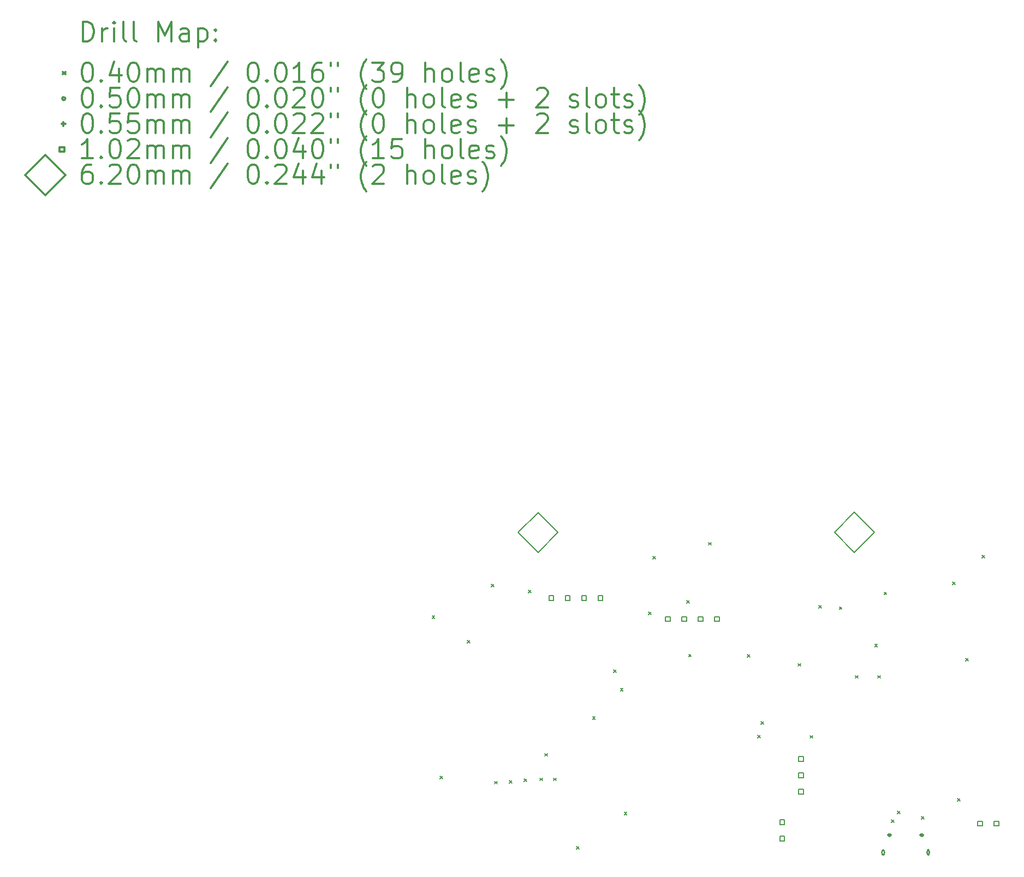
<source format=gbr>
%FSLAX45Y45*%
G04 Gerber Fmt 4.5, Leading zero omitted, Abs format (unit mm)*
G04 Created by KiCad (PCBNEW 4.0.2+e4-6225~38~ubuntu15.10.1-stable) date Tue 11 Oct 2016 16:58:53 SAST*
%MOMM*%
G01*
G04 APERTURE LIST*
%ADD10C,0.127000*%
%ADD11C,0.200000*%
%ADD12C,0.300000*%
G04 APERTURE END LIST*
D10*
D11*
X5689920Y-9388160D02*
X5729920Y-9428160D01*
X5729920Y-9388160D02*
X5689920Y-9428160D01*
X5813110Y-11874820D02*
X5853110Y-11914820D01*
X5853110Y-11874820D02*
X5813110Y-11914820D01*
X6232464Y-9764080D02*
X6272464Y-9804080D01*
X6272464Y-9764080D02*
X6232464Y-9804080D01*
X6609400Y-8895400D02*
X6649400Y-8935400D01*
X6649400Y-8895400D02*
X6609400Y-8935400D01*
X6660200Y-11956100D02*
X6700200Y-11996100D01*
X6700200Y-11956100D02*
X6660200Y-11996100D01*
X6888800Y-11943400D02*
X6928800Y-11983400D01*
X6928800Y-11943400D02*
X6888800Y-11983400D01*
X7117400Y-11918000D02*
X7157400Y-11958000D01*
X7157400Y-11918000D02*
X7117400Y-11958000D01*
X7183440Y-8986840D02*
X7223440Y-9026840D01*
X7223440Y-8986840D02*
X7183440Y-9026840D01*
X7358700Y-11905300D02*
X7398700Y-11945300D01*
X7398700Y-11905300D02*
X7358700Y-11945300D01*
X7434900Y-11524300D02*
X7474900Y-11564300D01*
X7474900Y-11524300D02*
X7434900Y-11564300D01*
X7574600Y-11905300D02*
X7614600Y-11945300D01*
X7614600Y-11905300D02*
X7574600Y-11945300D01*
X7930000Y-12970000D02*
X7970000Y-13010000D01*
X7970000Y-12970000D02*
X7930000Y-13010000D01*
X8179120Y-10952800D02*
X8219120Y-10992800D01*
X8219120Y-10952800D02*
X8179120Y-10992800D01*
X8504240Y-10226360D02*
X8544240Y-10266360D01*
X8544240Y-10226360D02*
X8504240Y-10266360D01*
X8610920Y-10510840D02*
X8650920Y-10550840D01*
X8650920Y-10510840D02*
X8610920Y-10550840D01*
X8669340Y-12436160D02*
X8709340Y-12476160D01*
X8709340Y-12436160D02*
X8669340Y-12476160D01*
X9047800Y-9327200D02*
X9087800Y-9367200D01*
X9087800Y-9327200D02*
X9047800Y-9367200D01*
X9113840Y-8463600D02*
X9153840Y-8503600D01*
X9153840Y-8463600D02*
X9113840Y-8503600D01*
X9638350Y-9149400D02*
X9678350Y-9189400D01*
X9678350Y-9149400D02*
X9638350Y-9189400D01*
X9668068Y-9983536D02*
X9708068Y-10023536D01*
X9708068Y-9983536D02*
X9668068Y-10023536D01*
X9974900Y-8247700D02*
X10014900Y-8287700D01*
X10014900Y-8247700D02*
X9974900Y-8287700D01*
X10580436Y-9988108D02*
X10620436Y-10028108D01*
X10620436Y-9988108D02*
X10580436Y-10028108D01*
X10741980Y-11239920D02*
X10781980Y-11279920D01*
X10781980Y-11239920D02*
X10741980Y-11279920D01*
X10787700Y-11029000D02*
X10827700Y-11069000D01*
X10827700Y-11029000D02*
X10787700Y-11069000D01*
X11365550Y-10127300D02*
X11405550Y-10167300D01*
X11405550Y-10127300D02*
X11365550Y-10167300D01*
X11552240Y-11244900D02*
X11592240Y-11284900D01*
X11592240Y-11244900D02*
X11552240Y-11284900D01*
X11689400Y-9225600D02*
X11729400Y-9265600D01*
X11729400Y-9225600D02*
X11689400Y-9265600D01*
X12004360Y-9245920D02*
X12044360Y-9285920D01*
X12044360Y-9245920D02*
X12004360Y-9285920D01*
X12255000Y-10312180D02*
X12295000Y-10352180D01*
X12295000Y-10312180D02*
X12255000Y-10352180D01*
X12555000Y-9825000D02*
X12595000Y-9865000D01*
X12595000Y-9825000D02*
X12555000Y-9865000D01*
X12605000Y-10312180D02*
X12645000Y-10352180D01*
X12645000Y-10312180D02*
X12605000Y-10352180D01*
X12700320Y-9017320D02*
X12740320Y-9057320D01*
X12740320Y-9017320D02*
X12700320Y-9057320D01*
X12815000Y-12555000D02*
X12855000Y-12595000D01*
X12855000Y-12555000D02*
X12815000Y-12595000D01*
X12905000Y-12415000D02*
X12945000Y-12455000D01*
X12945000Y-12415000D02*
X12905000Y-12455000D01*
X13280000Y-12500000D02*
X13320000Y-12540000D01*
X13320000Y-12500000D02*
X13280000Y-12540000D01*
X13762040Y-8859840D02*
X13802040Y-8899840D01*
X13802040Y-8859840D02*
X13762040Y-8899840D01*
X13840000Y-12220000D02*
X13880000Y-12260000D01*
X13880000Y-12220000D02*
X13840000Y-12260000D01*
X13965240Y-10043480D02*
X14005240Y-10083480D01*
X14005240Y-10043480D02*
X13965240Y-10083480D01*
X14219240Y-8448360D02*
X14259240Y-8488360D01*
X14259240Y-8448360D02*
X14219240Y-8488360D01*
X12710090Y-13058746D02*
G75*
G03X12710090Y-13058746I-25000J0D01*
G01*
X12700090Y-13091246D02*
X12700090Y-13026246D01*
X12670090Y-13091246D02*
X12670090Y-13026246D01*
X12700090Y-13026246D02*
G75*
G03X12670090Y-13026246I-15000J0D01*
G01*
X12670090Y-13091246D02*
G75*
G03X12700090Y-13091246I15000J0D01*
G01*
X13410090Y-13058746D02*
G75*
G03X13410090Y-13058746I-25000J0D01*
G01*
X13400090Y-13091246D02*
X13400090Y-13026246D01*
X13370090Y-13091246D02*
X13370090Y-13026246D01*
X13400090Y-13026246D02*
G75*
G03X13370090Y-13026246I-15000J0D01*
G01*
X13370090Y-13091246D02*
G75*
G03X13400090Y-13091246I15000J0D01*
G01*
X12785090Y-12761246D02*
X12785090Y-12816246D01*
X12757590Y-12788746D02*
X12812590Y-12788746D01*
X12770090Y-12806246D02*
X12800090Y-12806246D01*
X12770090Y-12771246D02*
X12800090Y-12771246D01*
X12800090Y-12806246D02*
G75*
G03X12800090Y-12771246I0J17500D01*
G01*
X12770090Y-12771246D02*
G75*
G03X12770090Y-12806246I0J-17500D01*
G01*
X13285090Y-12761246D02*
X13285090Y-12816246D01*
X13257590Y-12788746D02*
X13312590Y-12788746D01*
X13270090Y-12806246D02*
X13300090Y-12806246D01*
X13270090Y-12771246D02*
X13300090Y-12771246D01*
X13300090Y-12806246D02*
G75*
G03X13300090Y-12771246I0J17500D01*
G01*
X13270090Y-12771246D02*
G75*
G03X13270090Y-12806246I0J-17500D01*
G01*
X7574641Y-9144361D02*
X7574641Y-9072519D01*
X7502799Y-9072519D01*
X7502799Y-9144361D01*
X7574641Y-9144361D01*
X7828641Y-9144361D02*
X7828641Y-9072519D01*
X7756799Y-9072519D01*
X7756799Y-9144361D01*
X7828641Y-9144361D01*
X8082641Y-9144361D02*
X8082641Y-9072519D01*
X8010799Y-9072519D01*
X8010799Y-9144361D01*
X8082641Y-9144361D01*
X8336641Y-9144361D02*
X8336641Y-9072519D01*
X8264799Y-9072519D01*
X8264799Y-9144361D01*
X8336641Y-9144361D01*
X9383121Y-9472021D02*
X9383121Y-9400179D01*
X9311279Y-9400179D01*
X9311279Y-9472021D01*
X9383121Y-9472021D01*
X9637121Y-9472021D02*
X9637121Y-9400179D01*
X9565279Y-9400179D01*
X9565279Y-9472021D01*
X9637121Y-9472021D01*
X9891121Y-9472021D02*
X9891121Y-9400179D01*
X9819279Y-9400179D01*
X9819279Y-9472021D01*
X9891121Y-9472021D01*
X10145121Y-9472021D02*
X10145121Y-9400179D01*
X10073279Y-9400179D01*
X10073279Y-9472021D01*
X10145121Y-9472021D01*
X11156041Y-12624161D02*
X11156041Y-12552319D01*
X11084199Y-12552319D01*
X11084199Y-12624161D01*
X11156041Y-12624161D01*
X11156041Y-12878161D02*
X11156041Y-12806319D01*
X11084199Y-12806319D01*
X11084199Y-12878161D01*
X11156041Y-12878161D01*
X11445601Y-11643721D02*
X11445601Y-11571879D01*
X11373759Y-11571879D01*
X11373759Y-11643721D01*
X11445601Y-11643721D01*
X11445601Y-11897721D02*
X11445601Y-11825879D01*
X11373759Y-11825879D01*
X11373759Y-11897721D01*
X11445601Y-11897721D01*
X11445601Y-12151721D02*
X11445601Y-12079879D01*
X11373759Y-12079879D01*
X11373759Y-12151721D01*
X11445601Y-12151721D01*
X14225921Y-12645921D02*
X14225921Y-12574079D01*
X14154079Y-12574079D01*
X14154079Y-12645921D01*
X14225921Y-12645921D01*
X14479921Y-12645921D02*
X14479921Y-12574079D01*
X14408079Y-12574079D01*
X14408079Y-12645921D01*
X14479921Y-12645921D01*
X7331710Y-8403710D02*
X7641710Y-8093710D01*
X7331710Y-7783710D01*
X7021710Y-8093710D01*
X7331710Y-8403710D01*
X12240260Y-8399900D02*
X12550260Y-8089900D01*
X12240260Y-7779900D01*
X11930260Y-8089900D01*
X12240260Y-8399900D01*
D12*
X271429Y-465714D02*
X271429Y-165714D01*
X342857Y-165714D01*
X385714Y-180000D01*
X414286Y-208571D01*
X428571Y-237143D01*
X442857Y-294286D01*
X442857Y-337143D01*
X428571Y-394286D01*
X414286Y-422857D01*
X385714Y-451429D01*
X342857Y-465714D01*
X271429Y-465714D01*
X571429Y-465714D02*
X571429Y-265714D01*
X571429Y-322857D02*
X585714Y-294286D01*
X600000Y-280000D01*
X628571Y-265714D01*
X657143Y-265714D01*
X757143Y-465714D02*
X757143Y-265714D01*
X757143Y-165714D02*
X742857Y-180000D01*
X757143Y-194286D01*
X771429Y-180000D01*
X757143Y-165714D01*
X757143Y-194286D01*
X942857Y-465714D02*
X914286Y-451429D01*
X900000Y-422857D01*
X900000Y-165714D01*
X1100000Y-465714D02*
X1071429Y-451429D01*
X1057143Y-422857D01*
X1057143Y-165714D01*
X1442857Y-465714D02*
X1442857Y-165714D01*
X1542857Y-380000D01*
X1642857Y-165714D01*
X1642857Y-465714D01*
X1914286Y-465714D02*
X1914286Y-308571D01*
X1900000Y-280000D01*
X1871429Y-265714D01*
X1814286Y-265714D01*
X1785714Y-280000D01*
X1914286Y-451429D02*
X1885714Y-465714D01*
X1814286Y-465714D01*
X1785714Y-451429D01*
X1771429Y-422857D01*
X1771429Y-394286D01*
X1785714Y-365714D01*
X1814286Y-351429D01*
X1885714Y-351429D01*
X1914286Y-337143D01*
X2057143Y-265714D02*
X2057143Y-565714D01*
X2057143Y-280000D02*
X2085714Y-265714D01*
X2142857Y-265714D01*
X2171429Y-280000D01*
X2185714Y-294286D01*
X2200000Y-322857D01*
X2200000Y-408571D01*
X2185714Y-437143D01*
X2171429Y-451429D01*
X2142857Y-465714D01*
X2085714Y-465714D01*
X2057143Y-451429D01*
X2328572Y-437143D02*
X2342857Y-451429D01*
X2328572Y-465714D01*
X2314286Y-451429D01*
X2328572Y-437143D01*
X2328572Y-465714D01*
X2328572Y-280000D02*
X2342857Y-294286D01*
X2328572Y-308571D01*
X2314286Y-294286D01*
X2328572Y-280000D01*
X2328572Y-308571D01*
X-40000Y-940000D02*
X0Y-980000D01*
X0Y-940000D02*
X-40000Y-980000D01*
X328571Y-795714D02*
X357143Y-795714D01*
X385714Y-810000D01*
X400000Y-824286D01*
X414286Y-852857D01*
X428571Y-910000D01*
X428571Y-981429D01*
X414286Y-1038571D01*
X400000Y-1067143D01*
X385714Y-1081429D01*
X357143Y-1095714D01*
X328571Y-1095714D01*
X300000Y-1081429D01*
X285714Y-1067143D01*
X271429Y-1038571D01*
X257143Y-981429D01*
X257143Y-910000D01*
X271429Y-852857D01*
X285714Y-824286D01*
X300000Y-810000D01*
X328571Y-795714D01*
X557143Y-1067143D02*
X571429Y-1081429D01*
X557143Y-1095714D01*
X542857Y-1081429D01*
X557143Y-1067143D01*
X557143Y-1095714D01*
X828571Y-895714D02*
X828571Y-1095714D01*
X757143Y-781429D02*
X685714Y-995714D01*
X871428Y-995714D01*
X1042857Y-795714D02*
X1071429Y-795714D01*
X1100000Y-810000D01*
X1114286Y-824286D01*
X1128571Y-852857D01*
X1142857Y-910000D01*
X1142857Y-981429D01*
X1128571Y-1038571D01*
X1114286Y-1067143D01*
X1100000Y-1081429D01*
X1071429Y-1095714D01*
X1042857Y-1095714D01*
X1014286Y-1081429D01*
X1000000Y-1067143D01*
X985714Y-1038571D01*
X971429Y-981429D01*
X971429Y-910000D01*
X985714Y-852857D01*
X1000000Y-824286D01*
X1014286Y-810000D01*
X1042857Y-795714D01*
X1271429Y-1095714D02*
X1271429Y-895714D01*
X1271429Y-924286D02*
X1285714Y-910000D01*
X1314286Y-895714D01*
X1357143Y-895714D01*
X1385714Y-910000D01*
X1400000Y-938571D01*
X1400000Y-1095714D01*
X1400000Y-938571D02*
X1414286Y-910000D01*
X1442857Y-895714D01*
X1485714Y-895714D01*
X1514286Y-910000D01*
X1528571Y-938571D01*
X1528571Y-1095714D01*
X1671429Y-1095714D02*
X1671429Y-895714D01*
X1671429Y-924286D02*
X1685714Y-910000D01*
X1714286Y-895714D01*
X1757143Y-895714D01*
X1785714Y-910000D01*
X1800000Y-938571D01*
X1800000Y-1095714D01*
X1800000Y-938571D02*
X1814286Y-910000D01*
X1842857Y-895714D01*
X1885714Y-895714D01*
X1914286Y-910000D01*
X1928571Y-938571D01*
X1928571Y-1095714D01*
X2514286Y-781429D02*
X2257143Y-1167143D01*
X2900000Y-795714D02*
X2928571Y-795714D01*
X2957143Y-810000D01*
X2971428Y-824286D01*
X2985714Y-852857D01*
X3000000Y-910000D01*
X3000000Y-981429D01*
X2985714Y-1038571D01*
X2971428Y-1067143D01*
X2957143Y-1081429D01*
X2928571Y-1095714D01*
X2900000Y-1095714D01*
X2871428Y-1081429D01*
X2857143Y-1067143D01*
X2842857Y-1038571D01*
X2828571Y-981429D01*
X2828571Y-910000D01*
X2842857Y-852857D01*
X2857143Y-824286D01*
X2871428Y-810000D01*
X2900000Y-795714D01*
X3128571Y-1067143D02*
X3142857Y-1081429D01*
X3128571Y-1095714D01*
X3114286Y-1081429D01*
X3128571Y-1067143D01*
X3128571Y-1095714D01*
X3328571Y-795714D02*
X3357143Y-795714D01*
X3385714Y-810000D01*
X3400000Y-824286D01*
X3414286Y-852857D01*
X3428571Y-910000D01*
X3428571Y-981429D01*
X3414286Y-1038571D01*
X3400000Y-1067143D01*
X3385714Y-1081429D01*
X3357143Y-1095714D01*
X3328571Y-1095714D01*
X3300000Y-1081429D01*
X3285714Y-1067143D01*
X3271428Y-1038571D01*
X3257143Y-981429D01*
X3257143Y-910000D01*
X3271428Y-852857D01*
X3285714Y-824286D01*
X3300000Y-810000D01*
X3328571Y-795714D01*
X3714286Y-1095714D02*
X3542857Y-1095714D01*
X3628571Y-1095714D02*
X3628571Y-795714D01*
X3600000Y-838571D01*
X3571428Y-867143D01*
X3542857Y-881429D01*
X3971428Y-795714D02*
X3914286Y-795714D01*
X3885714Y-810000D01*
X3871428Y-824286D01*
X3842857Y-867143D01*
X3828571Y-924286D01*
X3828571Y-1038571D01*
X3842857Y-1067143D01*
X3857143Y-1081429D01*
X3885714Y-1095714D01*
X3942857Y-1095714D01*
X3971428Y-1081429D01*
X3985714Y-1067143D01*
X4000000Y-1038571D01*
X4000000Y-967143D01*
X3985714Y-938571D01*
X3971428Y-924286D01*
X3942857Y-910000D01*
X3885714Y-910000D01*
X3857143Y-924286D01*
X3842857Y-938571D01*
X3828571Y-967143D01*
X4114286Y-795714D02*
X4114286Y-852857D01*
X4228571Y-795714D02*
X4228571Y-852857D01*
X4671429Y-1210000D02*
X4657143Y-1195714D01*
X4628571Y-1152857D01*
X4614286Y-1124286D01*
X4600000Y-1081429D01*
X4585714Y-1010000D01*
X4585714Y-952857D01*
X4600000Y-881429D01*
X4614286Y-838571D01*
X4628571Y-810000D01*
X4657143Y-767143D01*
X4671429Y-752857D01*
X4757143Y-795714D02*
X4942857Y-795714D01*
X4842857Y-910000D01*
X4885714Y-910000D01*
X4914286Y-924286D01*
X4928571Y-938571D01*
X4942857Y-967143D01*
X4942857Y-1038571D01*
X4928571Y-1067143D01*
X4914286Y-1081429D01*
X4885714Y-1095714D01*
X4800000Y-1095714D01*
X4771429Y-1081429D01*
X4757143Y-1067143D01*
X5085714Y-1095714D02*
X5142857Y-1095714D01*
X5171429Y-1081429D01*
X5185714Y-1067143D01*
X5214286Y-1024286D01*
X5228571Y-967143D01*
X5228571Y-852857D01*
X5214286Y-824286D01*
X5200000Y-810000D01*
X5171429Y-795714D01*
X5114286Y-795714D01*
X5085714Y-810000D01*
X5071429Y-824286D01*
X5057143Y-852857D01*
X5057143Y-924286D01*
X5071429Y-952857D01*
X5085714Y-967143D01*
X5114286Y-981429D01*
X5171429Y-981429D01*
X5200000Y-967143D01*
X5214286Y-952857D01*
X5228571Y-924286D01*
X5585714Y-1095714D02*
X5585714Y-795714D01*
X5714286Y-1095714D02*
X5714286Y-938571D01*
X5700000Y-910000D01*
X5671428Y-895714D01*
X5628571Y-895714D01*
X5600000Y-910000D01*
X5585714Y-924286D01*
X5900000Y-1095714D02*
X5871428Y-1081429D01*
X5857143Y-1067143D01*
X5842857Y-1038571D01*
X5842857Y-952857D01*
X5857143Y-924286D01*
X5871428Y-910000D01*
X5900000Y-895714D01*
X5942857Y-895714D01*
X5971428Y-910000D01*
X5985714Y-924286D01*
X6000000Y-952857D01*
X6000000Y-1038571D01*
X5985714Y-1067143D01*
X5971428Y-1081429D01*
X5942857Y-1095714D01*
X5900000Y-1095714D01*
X6171428Y-1095714D02*
X6142857Y-1081429D01*
X6128571Y-1052857D01*
X6128571Y-795714D01*
X6400000Y-1081429D02*
X6371429Y-1095714D01*
X6314286Y-1095714D01*
X6285714Y-1081429D01*
X6271429Y-1052857D01*
X6271429Y-938571D01*
X6285714Y-910000D01*
X6314286Y-895714D01*
X6371429Y-895714D01*
X6400000Y-910000D01*
X6414286Y-938571D01*
X6414286Y-967143D01*
X6271429Y-995714D01*
X6528571Y-1081429D02*
X6557143Y-1095714D01*
X6614286Y-1095714D01*
X6642857Y-1081429D01*
X6657143Y-1052857D01*
X6657143Y-1038571D01*
X6642857Y-1010000D01*
X6614286Y-995714D01*
X6571429Y-995714D01*
X6542857Y-981429D01*
X6528571Y-952857D01*
X6528571Y-938571D01*
X6542857Y-910000D01*
X6571429Y-895714D01*
X6614286Y-895714D01*
X6642857Y-910000D01*
X6757143Y-1210000D02*
X6771429Y-1195714D01*
X6800000Y-1152857D01*
X6814286Y-1124286D01*
X6828571Y-1081429D01*
X6842857Y-1010000D01*
X6842857Y-952857D01*
X6828571Y-881429D01*
X6814286Y-838571D01*
X6800000Y-810000D01*
X6771429Y-767143D01*
X6757143Y-752857D01*
X0Y-1356000D02*
G75*
G03X0Y-1356000I-25000J0D01*
G01*
X328571Y-1191714D02*
X357143Y-1191714D01*
X385714Y-1206000D01*
X400000Y-1220286D01*
X414286Y-1248857D01*
X428571Y-1306000D01*
X428571Y-1377429D01*
X414286Y-1434571D01*
X400000Y-1463143D01*
X385714Y-1477429D01*
X357143Y-1491714D01*
X328571Y-1491714D01*
X300000Y-1477429D01*
X285714Y-1463143D01*
X271429Y-1434571D01*
X257143Y-1377429D01*
X257143Y-1306000D01*
X271429Y-1248857D01*
X285714Y-1220286D01*
X300000Y-1206000D01*
X328571Y-1191714D01*
X557143Y-1463143D02*
X571429Y-1477429D01*
X557143Y-1491714D01*
X542857Y-1477429D01*
X557143Y-1463143D01*
X557143Y-1491714D01*
X842857Y-1191714D02*
X700000Y-1191714D01*
X685714Y-1334571D01*
X700000Y-1320286D01*
X728571Y-1306000D01*
X800000Y-1306000D01*
X828571Y-1320286D01*
X842857Y-1334571D01*
X857143Y-1363143D01*
X857143Y-1434571D01*
X842857Y-1463143D01*
X828571Y-1477429D01*
X800000Y-1491714D01*
X728571Y-1491714D01*
X700000Y-1477429D01*
X685714Y-1463143D01*
X1042857Y-1191714D02*
X1071429Y-1191714D01*
X1100000Y-1206000D01*
X1114286Y-1220286D01*
X1128571Y-1248857D01*
X1142857Y-1306000D01*
X1142857Y-1377429D01*
X1128571Y-1434571D01*
X1114286Y-1463143D01*
X1100000Y-1477429D01*
X1071429Y-1491714D01*
X1042857Y-1491714D01*
X1014286Y-1477429D01*
X1000000Y-1463143D01*
X985714Y-1434571D01*
X971429Y-1377429D01*
X971429Y-1306000D01*
X985714Y-1248857D01*
X1000000Y-1220286D01*
X1014286Y-1206000D01*
X1042857Y-1191714D01*
X1271429Y-1491714D02*
X1271429Y-1291714D01*
X1271429Y-1320286D02*
X1285714Y-1306000D01*
X1314286Y-1291714D01*
X1357143Y-1291714D01*
X1385714Y-1306000D01*
X1400000Y-1334571D01*
X1400000Y-1491714D01*
X1400000Y-1334571D02*
X1414286Y-1306000D01*
X1442857Y-1291714D01*
X1485714Y-1291714D01*
X1514286Y-1306000D01*
X1528571Y-1334571D01*
X1528571Y-1491714D01*
X1671429Y-1491714D02*
X1671429Y-1291714D01*
X1671429Y-1320286D02*
X1685714Y-1306000D01*
X1714286Y-1291714D01*
X1757143Y-1291714D01*
X1785714Y-1306000D01*
X1800000Y-1334571D01*
X1800000Y-1491714D01*
X1800000Y-1334571D02*
X1814286Y-1306000D01*
X1842857Y-1291714D01*
X1885714Y-1291714D01*
X1914286Y-1306000D01*
X1928571Y-1334571D01*
X1928571Y-1491714D01*
X2514286Y-1177429D02*
X2257143Y-1563143D01*
X2900000Y-1191714D02*
X2928571Y-1191714D01*
X2957143Y-1206000D01*
X2971428Y-1220286D01*
X2985714Y-1248857D01*
X3000000Y-1306000D01*
X3000000Y-1377429D01*
X2985714Y-1434571D01*
X2971428Y-1463143D01*
X2957143Y-1477429D01*
X2928571Y-1491714D01*
X2900000Y-1491714D01*
X2871428Y-1477429D01*
X2857143Y-1463143D01*
X2842857Y-1434571D01*
X2828571Y-1377429D01*
X2828571Y-1306000D01*
X2842857Y-1248857D01*
X2857143Y-1220286D01*
X2871428Y-1206000D01*
X2900000Y-1191714D01*
X3128571Y-1463143D02*
X3142857Y-1477429D01*
X3128571Y-1491714D01*
X3114286Y-1477429D01*
X3128571Y-1463143D01*
X3128571Y-1491714D01*
X3328571Y-1191714D02*
X3357143Y-1191714D01*
X3385714Y-1206000D01*
X3400000Y-1220286D01*
X3414286Y-1248857D01*
X3428571Y-1306000D01*
X3428571Y-1377429D01*
X3414286Y-1434571D01*
X3400000Y-1463143D01*
X3385714Y-1477429D01*
X3357143Y-1491714D01*
X3328571Y-1491714D01*
X3300000Y-1477429D01*
X3285714Y-1463143D01*
X3271428Y-1434571D01*
X3257143Y-1377429D01*
X3257143Y-1306000D01*
X3271428Y-1248857D01*
X3285714Y-1220286D01*
X3300000Y-1206000D01*
X3328571Y-1191714D01*
X3542857Y-1220286D02*
X3557143Y-1206000D01*
X3585714Y-1191714D01*
X3657143Y-1191714D01*
X3685714Y-1206000D01*
X3700000Y-1220286D01*
X3714286Y-1248857D01*
X3714286Y-1277429D01*
X3700000Y-1320286D01*
X3528571Y-1491714D01*
X3714286Y-1491714D01*
X3900000Y-1191714D02*
X3928571Y-1191714D01*
X3957143Y-1206000D01*
X3971428Y-1220286D01*
X3985714Y-1248857D01*
X4000000Y-1306000D01*
X4000000Y-1377429D01*
X3985714Y-1434571D01*
X3971428Y-1463143D01*
X3957143Y-1477429D01*
X3928571Y-1491714D01*
X3900000Y-1491714D01*
X3871428Y-1477429D01*
X3857143Y-1463143D01*
X3842857Y-1434571D01*
X3828571Y-1377429D01*
X3828571Y-1306000D01*
X3842857Y-1248857D01*
X3857143Y-1220286D01*
X3871428Y-1206000D01*
X3900000Y-1191714D01*
X4114286Y-1191714D02*
X4114286Y-1248857D01*
X4228571Y-1191714D02*
X4228571Y-1248857D01*
X4671429Y-1606000D02*
X4657143Y-1591714D01*
X4628571Y-1548857D01*
X4614286Y-1520286D01*
X4600000Y-1477429D01*
X4585714Y-1406000D01*
X4585714Y-1348857D01*
X4600000Y-1277429D01*
X4614286Y-1234571D01*
X4628571Y-1206000D01*
X4657143Y-1163143D01*
X4671429Y-1148857D01*
X4842857Y-1191714D02*
X4871429Y-1191714D01*
X4900000Y-1206000D01*
X4914286Y-1220286D01*
X4928571Y-1248857D01*
X4942857Y-1306000D01*
X4942857Y-1377429D01*
X4928571Y-1434571D01*
X4914286Y-1463143D01*
X4900000Y-1477429D01*
X4871429Y-1491714D01*
X4842857Y-1491714D01*
X4814286Y-1477429D01*
X4800000Y-1463143D01*
X4785714Y-1434571D01*
X4771429Y-1377429D01*
X4771429Y-1306000D01*
X4785714Y-1248857D01*
X4800000Y-1220286D01*
X4814286Y-1206000D01*
X4842857Y-1191714D01*
X5300000Y-1491714D02*
X5300000Y-1191714D01*
X5428571Y-1491714D02*
X5428571Y-1334571D01*
X5414286Y-1306000D01*
X5385714Y-1291714D01*
X5342857Y-1291714D01*
X5314286Y-1306000D01*
X5300000Y-1320286D01*
X5614286Y-1491714D02*
X5585714Y-1477429D01*
X5571429Y-1463143D01*
X5557143Y-1434571D01*
X5557143Y-1348857D01*
X5571429Y-1320286D01*
X5585714Y-1306000D01*
X5614286Y-1291714D01*
X5657143Y-1291714D01*
X5685714Y-1306000D01*
X5700000Y-1320286D01*
X5714286Y-1348857D01*
X5714286Y-1434571D01*
X5700000Y-1463143D01*
X5685714Y-1477429D01*
X5657143Y-1491714D01*
X5614286Y-1491714D01*
X5885714Y-1491714D02*
X5857143Y-1477429D01*
X5842857Y-1448857D01*
X5842857Y-1191714D01*
X6114286Y-1477429D02*
X6085714Y-1491714D01*
X6028571Y-1491714D01*
X6000000Y-1477429D01*
X5985714Y-1448857D01*
X5985714Y-1334571D01*
X6000000Y-1306000D01*
X6028571Y-1291714D01*
X6085714Y-1291714D01*
X6114286Y-1306000D01*
X6128571Y-1334571D01*
X6128571Y-1363143D01*
X5985714Y-1391714D01*
X6242857Y-1477429D02*
X6271429Y-1491714D01*
X6328571Y-1491714D01*
X6357143Y-1477429D01*
X6371429Y-1448857D01*
X6371429Y-1434571D01*
X6357143Y-1406000D01*
X6328571Y-1391714D01*
X6285714Y-1391714D01*
X6257143Y-1377429D01*
X6242857Y-1348857D01*
X6242857Y-1334571D01*
X6257143Y-1306000D01*
X6285714Y-1291714D01*
X6328571Y-1291714D01*
X6357143Y-1306000D01*
X6728571Y-1377429D02*
X6957143Y-1377429D01*
X6842857Y-1491714D02*
X6842857Y-1263143D01*
X7314286Y-1220286D02*
X7328571Y-1206000D01*
X7357143Y-1191714D01*
X7428571Y-1191714D01*
X7457143Y-1206000D01*
X7471428Y-1220286D01*
X7485714Y-1248857D01*
X7485714Y-1277429D01*
X7471428Y-1320286D01*
X7300000Y-1491714D01*
X7485714Y-1491714D01*
X7828571Y-1477429D02*
X7857143Y-1491714D01*
X7914286Y-1491714D01*
X7942857Y-1477429D01*
X7957143Y-1448857D01*
X7957143Y-1434571D01*
X7942857Y-1406000D01*
X7914286Y-1391714D01*
X7871428Y-1391714D01*
X7842857Y-1377429D01*
X7828571Y-1348857D01*
X7828571Y-1334571D01*
X7842857Y-1306000D01*
X7871428Y-1291714D01*
X7914286Y-1291714D01*
X7942857Y-1306000D01*
X8128571Y-1491714D02*
X8100000Y-1477429D01*
X8085714Y-1448857D01*
X8085714Y-1191714D01*
X8285714Y-1491714D02*
X8257143Y-1477429D01*
X8242857Y-1463143D01*
X8228571Y-1434571D01*
X8228571Y-1348857D01*
X8242857Y-1320286D01*
X8257143Y-1306000D01*
X8285714Y-1291714D01*
X8328571Y-1291714D01*
X8357143Y-1306000D01*
X8371428Y-1320286D01*
X8385714Y-1348857D01*
X8385714Y-1434571D01*
X8371428Y-1463143D01*
X8357143Y-1477429D01*
X8328571Y-1491714D01*
X8285714Y-1491714D01*
X8471429Y-1291714D02*
X8585714Y-1291714D01*
X8514286Y-1191714D02*
X8514286Y-1448857D01*
X8528571Y-1477429D01*
X8557143Y-1491714D01*
X8585714Y-1491714D01*
X8671429Y-1477429D02*
X8700000Y-1491714D01*
X8757143Y-1491714D01*
X8785714Y-1477429D01*
X8800000Y-1448857D01*
X8800000Y-1434571D01*
X8785714Y-1406000D01*
X8757143Y-1391714D01*
X8714286Y-1391714D01*
X8685714Y-1377429D01*
X8671429Y-1348857D01*
X8671429Y-1334571D01*
X8685714Y-1306000D01*
X8714286Y-1291714D01*
X8757143Y-1291714D01*
X8785714Y-1306000D01*
X8900000Y-1606000D02*
X8914286Y-1591714D01*
X8942857Y-1548857D01*
X8957143Y-1520286D01*
X8971429Y-1477429D01*
X8985714Y-1406000D01*
X8985714Y-1348857D01*
X8971429Y-1277429D01*
X8957143Y-1234571D01*
X8942857Y-1206000D01*
X8914286Y-1163143D01*
X8900000Y-1148857D01*
X-27500Y-1724500D02*
X-27500Y-1779500D01*
X-55000Y-1752000D02*
X0Y-1752000D01*
X328571Y-1587714D02*
X357143Y-1587714D01*
X385714Y-1602000D01*
X400000Y-1616286D01*
X414286Y-1644857D01*
X428571Y-1702000D01*
X428571Y-1773429D01*
X414286Y-1830571D01*
X400000Y-1859143D01*
X385714Y-1873429D01*
X357143Y-1887714D01*
X328571Y-1887714D01*
X300000Y-1873429D01*
X285714Y-1859143D01*
X271429Y-1830571D01*
X257143Y-1773429D01*
X257143Y-1702000D01*
X271429Y-1644857D01*
X285714Y-1616286D01*
X300000Y-1602000D01*
X328571Y-1587714D01*
X557143Y-1859143D02*
X571429Y-1873429D01*
X557143Y-1887714D01*
X542857Y-1873429D01*
X557143Y-1859143D01*
X557143Y-1887714D01*
X842857Y-1587714D02*
X700000Y-1587714D01*
X685714Y-1730571D01*
X700000Y-1716286D01*
X728571Y-1702000D01*
X800000Y-1702000D01*
X828571Y-1716286D01*
X842857Y-1730571D01*
X857143Y-1759143D01*
X857143Y-1830571D01*
X842857Y-1859143D01*
X828571Y-1873429D01*
X800000Y-1887714D01*
X728571Y-1887714D01*
X700000Y-1873429D01*
X685714Y-1859143D01*
X1128571Y-1587714D02*
X985714Y-1587714D01*
X971429Y-1730571D01*
X985714Y-1716286D01*
X1014286Y-1702000D01*
X1085714Y-1702000D01*
X1114286Y-1716286D01*
X1128571Y-1730571D01*
X1142857Y-1759143D01*
X1142857Y-1830571D01*
X1128571Y-1859143D01*
X1114286Y-1873429D01*
X1085714Y-1887714D01*
X1014286Y-1887714D01*
X985714Y-1873429D01*
X971429Y-1859143D01*
X1271429Y-1887714D02*
X1271429Y-1687714D01*
X1271429Y-1716286D02*
X1285714Y-1702000D01*
X1314286Y-1687714D01*
X1357143Y-1687714D01*
X1385714Y-1702000D01*
X1400000Y-1730571D01*
X1400000Y-1887714D01*
X1400000Y-1730571D02*
X1414286Y-1702000D01*
X1442857Y-1687714D01*
X1485714Y-1687714D01*
X1514286Y-1702000D01*
X1528571Y-1730571D01*
X1528571Y-1887714D01*
X1671429Y-1887714D02*
X1671429Y-1687714D01*
X1671429Y-1716286D02*
X1685714Y-1702000D01*
X1714286Y-1687714D01*
X1757143Y-1687714D01*
X1785714Y-1702000D01*
X1800000Y-1730571D01*
X1800000Y-1887714D01*
X1800000Y-1730571D02*
X1814286Y-1702000D01*
X1842857Y-1687714D01*
X1885714Y-1687714D01*
X1914286Y-1702000D01*
X1928571Y-1730571D01*
X1928571Y-1887714D01*
X2514286Y-1573429D02*
X2257143Y-1959143D01*
X2900000Y-1587714D02*
X2928571Y-1587714D01*
X2957143Y-1602000D01*
X2971428Y-1616286D01*
X2985714Y-1644857D01*
X3000000Y-1702000D01*
X3000000Y-1773429D01*
X2985714Y-1830571D01*
X2971428Y-1859143D01*
X2957143Y-1873429D01*
X2928571Y-1887714D01*
X2900000Y-1887714D01*
X2871428Y-1873429D01*
X2857143Y-1859143D01*
X2842857Y-1830571D01*
X2828571Y-1773429D01*
X2828571Y-1702000D01*
X2842857Y-1644857D01*
X2857143Y-1616286D01*
X2871428Y-1602000D01*
X2900000Y-1587714D01*
X3128571Y-1859143D02*
X3142857Y-1873429D01*
X3128571Y-1887714D01*
X3114286Y-1873429D01*
X3128571Y-1859143D01*
X3128571Y-1887714D01*
X3328571Y-1587714D02*
X3357143Y-1587714D01*
X3385714Y-1602000D01*
X3400000Y-1616286D01*
X3414286Y-1644857D01*
X3428571Y-1702000D01*
X3428571Y-1773429D01*
X3414286Y-1830571D01*
X3400000Y-1859143D01*
X3385714Y-1873429D01*
X3357143Y-1887714D01*
X3328571Y-1887714D01*
X3300000Y-1873429D01*
X3285714Y-1859143D01*
X3271428Y-1830571D01*
X3257143Y-1773429D01*
X3257143Y-1702000D01*
X3271428Y-1644857D01*
X3285714Y-1616286D01*
X3300000Y-1602000D01*
X3328571Y-1587714D01*
X3542857Y-1616286D02*
X3557143Y-1602000D01*
X3585714Y-1587714D01*
X3657143Y-1587714D01*
X3685714Y-1602000D01*
X3700000Y-1616286D01*
X3714286Y-1644857D01*
X3714286Y-1673429D01*
X3700000Y-1716286D01*
X3528571Y-1887714D01*
X3714286Y-1887714D01*
X3828571Y-1616286D02*
X3842857Y-1602000D01*
X3871428Y-1587714D01*
X3942857Y-1587714D01*
X3971428Y-1602000D01*
X3985714Y-1616286D01*
X4000000Y-1644857D01*
X4000000Y-1673429D01*
X3985714Y-1716286D01*
X3814286Y-1887714D01*
X4000000Y-1887714D01*
X4114286Y-1587714D02*
X4114286Y-1644857D01*
X4228571Y-1587714D02*
X4228571Y-1644857D01*
X4671429Y-2002000D02*
X4657143Y-1987714D01*
X4628571Y-1944857D01*
X4614286Y-1916286D01*
X4600000Y-1873429D01*
X4585714Y-1802000D01*
X4585714Y-1744857D01*
X4600000Y-1673429D01*
X4614286Y-1630571D01*
X4628571Y-1602000D01*
X4657143Y-1559143D01*
X4671429Y-1544857D01*
X4842857Y-1587714D02*
X4871429Y-1587714D01*
X4900000Y-1602000D01*
X4914286Y-1616286D01*
X4928571Y-1644857D01*
X4942857Y-1702000D01*
X4942857Y-1773429D01*
X4928571Y-1830571D01*
X4914286Y-1859143D01*
X4900000Y-1873429D01*
X4871429Y-1887714D01*
X4842857Y-1887714D01*
X4814286Y-1873429D01*
X4800000Y-1859143D01*
X4785714Y-1830571D01*
X4771429Y-1773429D01*
X4771429Y-1702000D01*
X4785714Y-1644857D01*
X4800000Y-1616286D01*
X4814286Y-1602000D01*
X4842857Y-1587714D01*
X5300000Y-1887714D02*
X5300000Y-1587714D01*
X5428571Y-1887714D02*
X5428571Y-1730571D01*
X5414286Y-1702000D01*
X5385714Y-1687714D01*
X5342857Y-1687714D01*
X5314286Y-1702000D01*
X5300000Y-1716286D01*
X5614286Y-1887714D02*
X5585714Y-1873429D01*
X5571429Y-1859143D01*
X5557143Y-1830571D01*
X5557143Y-1744857D01*
X5571429Y-1716286D01*
X5585714Y-1702000D01*
X5614286Y-1687714D01*
X5657143Y-1687714D01*
X5685714Y-1702000D01*
X5700000Y-1716286D01*
X5714286Y-1744857D01*
X5714286Y-1830571D01*
X5700000Y-1859143D01*
X5685714Y-1873429D01*
X5657143Y-1887714D01*
X5614286Y-1887714D01*
X5885714Y-1887714D02*
X5857143Y-1873429D01*
X5842857Y-1844857D01*
X5842857Y-1587714D01*
X6114286Y-1873429D02*
X6085714Y-1887714D01*
X6028571Y-1887714D01*
X6000000Y-1873429D01*
X5985714Y-1844857D01*
X5985714Y-1730571D01*
X6000000Y-1702000D01*
X6028571Y-1687714D01*
X6085714Y-1687714D01*
X6114286Y-1702000D01*
X6128571Y-1730571D01*
X6128571Y-1759143D01*
X5985714Y-1787714D01*
X6242857Y-1873429D02*
X6271429Y-1887714D01*
X6328571Y-1887714D01*
X6357143Y-1873429D01*
X6371429Y-1844857D01*
X6371429Y-1830571D01*
X6357143Y-1802000D01*
X6328571Y-1787714D01*
X6285714Y-1787714D01*
X6257143Y-1773429D01*
X6242857Y-1744857D01*
X6242857Y-1730571D01*
X6257143Y-1702000D01*
X6285714Y-1687714D01*
X6328571Y-1687714D01*
X6357143Y-1702000D01*
X6728571Y-1773429D02*
X6957143Y-1773429D01*
X6842857Y-1887714D02*
X6842857Y-1659143D01*
X7314286Y-1616286D02*
X7328571Y-1602000D01*
X7357143Y-1587714D01*
X7428571Y-1587714D01*
X7457143Y-1602000D01*
X7471428Y-1616286D01*
X7485714Y-1644857D01*
X7485714Y-1673429D01*
X7471428Y-1716286D01*
X7300000Y-1887714D01*
X7485714Y-1887714D01*
X7828571Y-1873429D02*
X7857143Y-1887714D01*
X7914286Y-1887714D01*
X7942857Y-1873429D01*
X7957143Y-1844857D01*
X7957143Y-1830571D01*
X7942857Y-1802000D01*
X7914286Y-1787714D01*
X7871428Y-1787714D01*
X7842857Y-1773429D01*
X7828571Y-1744857D01*
X7828571Y-1730571D01*
X7842857Y-1702000D01*
X7871428Y-1687714D01*
X7914286Y-1687714D01*
X7942857Y-1702000D01*
X8128571Y-1887714D02*
X8100000Y-1873429D01*
X8085714Y-1844857D01*
X8085714Y-1587714D01*
X8285714Y-1887714D02*
X8257143Y-1873429D01*
X8242857Y-1859143D01*
X8228571Y-1830571D01*
X8228571Y-1744857D01*
X8242857Y-1716286D01*
X8257143Y-1702000D01*
X8285714Y-1687714D01*
X8328571Y-1687714D01*
X8357143Y-1702000D01*
X8371428Y-1716286D01*
X8385714Y-1744857D01*
X8385714Y-1830571D01*
X8371428Y-1859143D01*
X8357143Y-1873429D01*
X8328571Y-1887714D01*
X8285714Y-1887714D01*
X8471429Y-1687714D02*
X8585714Y-1687714D01*
X8514286Y-1587714D02*
X8514286Y-1844857D01*
X8528571Y-1873429D01*
X8557143Y-1887714D01*
X8585714Y-1887714D01*
X8671429Y-1873429D02*
X8700000Y-1887714D01*
X8757143Y-1887714D01*
X8785714Y-1873429D01*
X8800000Y-1844857D01*
X8800000Y-1830571D01*
X8785714Y-1802000D01*
X8757143Y-1787714D01*
X8714286Y-1787714D01*
X8685714Y-1773429D01*
X8671429Y-1744857D01*
X8671429Y-1730571D01*
X8685714Y-1702000D01*
X8714286Y-1687714D01*
X8757143Y-1687714D01*
X8785714Y-1702000D01*
X8900000Y-2002000D02*
X8914286Y-1987714D01*
X8942857Y-1944857D01*
X8957143Y-1916286D01*
X8971429Y-1873429D01*
X8985714Y-1802000D01*
X8985714Y-1744857D01*
X8971429Y-1673429D01*
X8957143Y-1630571D01*
X8942857Y-1602000D01*
X8914286Y-1559143D01*
X8900000Y-1544857D01*
X-14879Y-2183921D02*
X-14879Y-2112079D01*
X-86721Y-2112079D01*
X-86721Y-2183921D01*
X-14879Y-2183921D01*
X428571Y-2283714D02*
X257143Y-2283714D01*
X342857Y-2283714D02*
X342857Y-1983714D01*
X314286Y-2026571D01*
X285714Y-2055143D01*
X257143Y-2069429D01*
X557143Y-2255143D02*
X571429Y-2269429D01*
X557143Y-2283714D01*
X542857Y-2269429D01*
X557143Y-2255143D01*
X557143Y-2283714D01*
X757143Y-1983714D02*
X785714Y-1983714D01*
X814286Y-1998000D01*
X828571Y-2012286D01*
X842857Y-2040857D01*
X857143Y-2098000D01*
X857143Y-2169429D01*
X842857Y-2226571D01*
X828571Y-2255143D01*
X814286Y-2269429D01*
X785714Y-2283714D01*
X757143Y-2283714D01*
X728571Y-2269429D01*
X714286Y-2255143D01*
X700000Y-2226571D01*
X685714Y-2169429D01*
X685714Y-2098000D01*
X700000Y-2040857D01*
X714286Y-2012286D01*
X728571Y-1998000D01*
X757143Y-1983714D01*
X971429Y-2012286D02*
X985714Y-1998000D01*
X1014286Y-1983714D01*
X1085714Y-1983714D01*
X1114286Y-1998000D01*
X1128571Y-2012286D01*
X1142857Y-2040857D01*
X1142857Y-2069429D01*
X1128571Y-2112286D01*
X957143Y-2283714D01*
X1142857Y-2283714D01*
X1271429Y-2283714D02*
X1271429Y-2083714D01*
X1271429Y-2112286D02*
X1285714Y-2098000D01*
X1314286Y-2083714D01*
X1357143Y-2083714D01*
X1385714Y-2098000D01*
X1400000Y-2126571D01*
X1400000Y-2283714D01*
X1400000Y-2126571D02*
X1414286Y-2098000D01*
X1442857Y-2083714D01*
X1485714Y-2083714D01*
X1514286Y-2098000D01*
X1528571Y-2126571D01*
X1528571Y-2283714D01*
X1671429Y-2283714D02*
X1671429Y-2083714D01*
X1671429Y-2112286D02*
X1685714Y-2098000D01*
X1714286Y-2083714D01*
X1757143Y-2083714D01*
X1785714Y-2098000D01*
X1800000Y-2126571D01*
X1800000Y-2283714D01*
X1800000Y-2126571D02*
X1814286Y-2098000D01*
X1842857Y-2083714D01*
X1885714Y-2083714D01*
X1914286Y-2098000D01*
X1928571Y-2126571D01*
X1928571Y-2283714D01*
X2514286Y-1969429D02*
X2257143Y-2355143D01*
X2900000Y-1983714D02*
X2928571Y-1983714D01*
X2957143Y-1998000D01*
X2971428Y-2012286D01*
X2985714Y-2040857D01*
X3000000Y-2098000D01*
X3000000Y-2169429D01*
X2985714Y-2226571D01*
X2971428Y-2255143D01*
X2957143Y-2269429D01*
X2928571Y-2283714D01*
X2900000Y-2283714D01*
X2871428Y-2269429D01*
X2857143Y-2255143D01*
X2842857Y-2226571D01*
X2828571Y-2169429D01*
X2828571Y-2098000D01*
X2842857Y-2040857D01*
X2857143Y-2012286D01*
X2871428Y-1998000D01*
X2900000Y-1983714D01*
X3128571Y-2255143D02*
X3142857Y-2269429D01*
X3128571Y-2283714D01*
X3114286Y-2269429D01*
X3128571Y-2255143D01*
X3128571Y-2283714D01*
X3328571Y-1983714D02*
X3357143Y-1983714D01*
X3385714Y-1998000D01*
X3400000Y-2012286D01*
X3414286Y-2040857D01*
X3428571Y-2098000D01*
X3428571Y-2169429D01*
X3414286Y-2226571D01*
X3400000Y-2255143D01*
X3385714Y-2269429D01*
X3357143Y-2283714D01*
X3328571Y-2283714D01*
X3300000Y-2269429D01*
X3285714Y-2255143D01*
X3271428Y-2226571D01*
X3257143Y-2169429D01*
X3257143Y-2098000D01*
X3271428Y-2040857D01*
X3285714Y-2012286D01*
X3300000Y-1998000D01*
X3328571Y-1983714D01*
X3685714Y-2083714D02*
X3685714Y-2283714D01*
X3614286Y-1969429D02*
X3542857Y-2183714D01*
X3728571Y-2183714D01*
X3900000Y-1983714D02*
X3928571Y-1983714D01*
X3957143Y-1998000D01*
X3971428Y-2012286D01*
X3985714Y-2040857D01*
X4000000Y-2098000D01*
X4000000Y-2169429D01*
X3985714Y-2226571D01*
X3971428Y-2255143D01*
X3957143Y-2269429D01*
X3928571Y-2283714D01*
X3900000Y-2283714D01*
X3871428Y-2269429D01*
X3857143Y-2255143D01*
X3842857Y-2226571D01*
X3828571Y-2169429D01*
X3828571Y-2098000D01*
X3842857Y-2040857D01*
X3857143Y-2012286D01*
X3871428Y-1998000D01*
X3900000Y-1983714D01*
X4114286Y-1983714D02*
X4114286Y-2040857D01*
X4228571Y-1983714D02*
X4228571Y-2040857D01*
X4671429Y-2398000D02*
X4657143Y-2383714D01*
X4628571Y-2340857D01*
X4614286Y-2312286D01*
X4600000Y-2269429D01*
X4585714Y-2198000D01*
X4585714Y-2140857D01*
X4600000Y-2069429D01*
X4614286Y-2026571D01*
X4628571Y-1998000D01*
X4657143Y-1955143D01*
X4671429Y-1940857D01*
X4942857Y-2283714D02*
X4771429Y-2283714D01*
X4857143Y-2283714D02*
X4857143Y-1983714D01*
X4828571Y-2026571D01*
X4800000Y-2055143D01*
X4771429Y-2069429D01*
X5214286Y-1983714D02*
X5071429Y-1983714D01*
X5057143Y-2126571D01*
X5071429Y-2112286D01*
X5100000Y-2098000D01*
X5171429Y-2098000D01*
X5200000Y-2112286D01*
X5214286Y-2126571D01*
X5228571Y-2155143D01*
X5228571Y-2226571D01*
X5214286Y-2255143D01*
X5200000Y-2269429D01*
X5171429Y-2283714D01*
X5100000Y-2283714D01*
X5071429Y-2269429D01*
X5057143Y-2255143D01*
X5585714Y-2283714D02*
X5585714Y-1983714D01*
X5714286Y-2283714D02*
X5714286Y-2126571D01*
X5700000Y-2098000D01*
X5671428Y-2083714D01*
X5628571Y-2083714D01*
X5600000Y-2098000D01*
X5585714Y-2112286D01*
X5900000Y-2283714D02*
X5871428Y-2269429D01*
X5857143Y-2255143D01*
X5842857Y-2226571D01*
X5842857Y-2140857D01*
X5857143Y-2112286D01*
X5871428Y-2098000D01*
X5900000Y-2083714D01*
X5942857Y-2083714D01*
X5971428Y-2098000D01*
X5985714Y-2112286D01*
X6000000Y-2140857D01*
X6000000Y-2226571D01*
X5985714Y-2255143D01*
X5971428Y-2269429D01*
X5942857Y-2283714D01*
X5900000Y-2283714D01*
X6171428Y-2283714D02*
X6142857Y-2269429D01*
X6128571Y-2240857D01*
X6128571Y-1983714D01*
X6400000Y-2269429D02*
X6371429Y-2283714D01*
X6314286Y-2283714D01*
X6285714Y-2269429D01*
X6271429Y-2240857D01*
X6271429Y-2126571D01*
X6285714Y-2098000D01*
X6314286Y-2083714D01*
X6371429Y-2083714D01*
X6400000Y-2098000D01*
X6414286Y-2126571D01*
X6414286Y-2155143D01*
X6271429Y-2183714D01*
X6528571Y-2269429D02*
X6557143Y-2283714D01*
X6614286Y-2283714D01*
X6642857Y-2269429D01*
X6657143Y-2240857D01*
X6657143Y-2226571D01*
X6642857Y-2198000D01*
X6614286Y-2183714D01*
X6571429Y-2183714D01*
X6542857Y-2169429D01*
X6528571Y-2140857D01*
X6528571Y-2126571D01*
X6542857Y-2098000D01*
X6571429Y-2083714D01*
X6614286Y-2083714D01*
X6642857Y-2098000D01*
X6757143Y-2398000D02*
X6771429Y-2383714D01*
X6800000Y-2340857D01*
X6814286Y-2312286D01*
X6828571Y-2269429D01*
X6842857Y-2198000D01*
X6842857Y-2140857D01*
X6828571Y-2069429D01*
X6814286Y-2026571D01*
X6800000Y-1998000D01*
X6771429Y-1955143D01*
X6757143Y-1940857D01*
X-310000Y-2854000D02*
X0Y-2544000D01*
X-310000Y-2234000D01*
X-620000Y-2544000D01*
X-310000Y-2854000D01*
X400000Y-2379714D02*
X342857Y-2379714D01*
X314286Y-2394000D01*
X300000Y-2408286D01*
X271429Y-2451143D01*
X257143Y-2508286D01*
X257143Y-2622571D01*
X271429Y-2651143D01*
X285714Y-2665429D01*
X314286Y-2679714D01*
X371429Y-2679714D01*
X400000Y-2665429D01*
X414286Y-2651143D01*
X428571Y-2622571D01*
X428571Y-2551143D01*
X414286Y-2522571D01*
X400000Y-2508286D01*
X371429Y-2494000D01*
X314286Y-2494000D01*
X285714Y-2508286D01*
X271429Y-2522571D01*
X257143Y-2551143D01*
X557143Y-2651143D02*
X571429Y-2665429D01*
X557143Y-2679714D01*
X542857Y-2665429D01*
X557143Y-2651143D01*
X557143Y-2679714D01*
X685714Y-2408286D02*
X700000Y-2394000D01*
X728571Y-2379714D01*
X800000Y-2379714D01*
X828571Y-2394000D01*
X842857Y-2408286D01*
X857143Y-2436857D01*
X857143Y-2465429D01*
X842857Y-2508286D01*
X671429Y-2679714D01*
X857143Y-2679714D01*
X1042857Y-2379714D02*
X1071429Y-2379714D01*
X1100000Y-2394000D01*
X1114286Y-2408286D01*
X1128571Y-2436857D01*
X1142857Y-2494000D01*
X1142857Y-2565429D01*
X1128571Y-2622571D01*
X1114286Y-2651143D01*
X1100000Y-2665429D01*
X1071429Y-2679714D01*
X1042857Y-2679714D01*
X1014286Y-2665429D01*
X1000000Y-2651143D01*
X985714Y-2622571D01*
X971429Y-2565429D01*
X971429Y-2494000D01*
X985714Y-2436857D01*
X1000000Y-2408286D01*
X1014286Y-2394000D01*
X1042857Y-2379714D01*
X1271429Y-2679714D02*
X1271429Y-2479714D01*
X1271429Y-2508286D02*
X1285714Y-2494000D01*
X1314286Y-2479714D01*
X1357143Y-2479714D01*
X1385714Y-2494000D01*
X1400000Y-2522571D01*
X1400000Y-2679714D01*
X1400000Y-2522571D02*
X1414286Y-2494000D01*
X1442857Y-2479714D01*
X1485714Y-2479714D01*
X1514286Y-2494000D01*
X1528571Y-2522571D01*
X1528571Y-2679714D01*
X1671429Y-2679714D02*
X1671429Y-2479714D01*
X1671429Y-2508286D02*
X1685714Y-2494000D01*
X1714286Y-2479714D01*
X1757143Y-2479714D01*
X1785714Y-2494000D01*
X1800000Y-2522571D01*
X1800000Y-2679714D01*
X1800000Y-2522571D02*
X1814286Y-2494000D01*
X1842857Y-2479714D01*
X1885714Y-2479714D01*
X1914286Y-2494000D01*
X1928571Y-2522571D01*
X1928571Y-2679714D01*
X2514286Y-2365429D02*
X2257143Y-2751143D01*
X2900000Y-2379714D02*
X2928571Y-2379714D01*
X2957143Y-2394000D01*
X2971428Y-2408286D01*
X2985714Y-2436857D01*
X3000000Y-2494000D01*
X3000000Y-2565429D01*
X2985714Y-2622571D01*
X2971428Y-2651143D01*
X2957143Y-2665429D01*
X2928571Y-2679714D01*
X2900000Y-2679714D01*
X2871428Y-2665429D01*
X2857143Y-2651143D01*
X2842857Y-2622571D01*
X2828571Y-2565429D01*
X2828571Y-2494000D01*
X2842857Y-2436857D01*
X2857143Y-2408286D01*
X2871428Y-2394000D01*
X2900000Y-2379714D01*
X3128571Y-2651143D02*
X3142857Y-2665429D01*
X3128571Y-2679714D01*
X3114286Y-2665429D01*
X3128571Y-2651143D01*
X3128571Y-2679714D01*
X3257143Y-2408286D02*
X3271428Y-2394000D01*
X3300000Y-2379714D01*
X3371428Y-2379714D01*
X3400000Y-2394000D01*
X3414286Y-2408286D01*
X3428571Y-2436857D01*
X3428571Y-2465429D01*
X3414286Y-2508286D01*
X3242857Y-2679714D01*
X3428571Y-2679714D01*
X3685714Y-2479714D02*
X3685714Y-2679714D01*
X3614286Y-2365429D02*
X3542857Y-2579714D01*
X3728571Y-2579714D01*
X3971428Y-2479714D02*
X3971428Y-2679714D01*
X3900000Y-2365429D02*
X3828571Y-2579714D01*
X4014286Y-2579714D01*
X4114286Y-2379714D02*
X4114286Y-2436857D01*
X4228571Y-2379714D02*
X4228571Y-2436857D01*
X4671429Y-2794000D02*
X4657143Y-2779714D01*
X4628571Y-2736857D01*
X4614286Y-2708286D01*
X4600000Y-2665429D01*
X4585714Y-2594000D01*
X4585714Y-2536857D01*
X4600000Y-2465429D01*
X4614286Y-2422571D01*
X4628571Y-2394000D01*
X4657143Y-2351143D01*
X4671429Y-2336857D01*
X4771429Y-2408286D02*
X4785714Y-2394000D01*
X4814286Y-2379714D01*
X4885714Y-2379714D01*
X4914286Y-2394000D01*
X4928571Y-2408286D01*
X4942857Y-2436857D01*
X4942857Y-2465429D01*
X4928571Y-2508286D01*
X4757143Y-2679714D01*
X4942857Y-2679714D01*
X5300000Y-2679714D02*
X5300000Y-2379714D01*
X5428571Y-2679714D02*
X5428571Y-2522571D01*
X5414286Y-2494000D01*
X5385714Y-2479714D01*
X5342857Y-2479714D01*
X5314286Y-2494000D01*
X5300000Y-2508286D01*
X5614286Y-2679714D02*
X5585714Y-2665429D01*
X5571429Y-2651143D01*
X5557143Y-2622571D01*
X5557143Y-2536857D01*
X5571429Y-2508286D01*
X5585714Y-2494000D01*
X5614286Y-2479714D01*
X5657143Y-2479714D01*
X5685714Y-2494000D01*
X5700000Y-2508286D01*
X5714286Y-2536857D01*
X5714286Y-2622571D01*
X5700000Y-2651143D01*
X5685714Y-2665429D01*
X5657143Y-2679714D01*
X5614286Y-2679714D01*
X5885714Y-2679714D02*
X5857143Y-2665429D01*
X5842857Y-2636857D01*
X5842857Y-2379714D01*
X6114286Y-2665429D02*
X6085714Y-2679714D01*
X6028571Y-2679714D01*
X6000000Y-2665429D01*
X5985714Y-2636857D01*
X5985714Y-2522571D01*
X6000000Y-2494000D01*
X6028571Y-2479714D01*
X6085714Y-2479714D01*
X6114286Y-2494000D01*
X6128571Y-2522571D01*
X6128571Y-2551143D01*
X5985714Y-2579714D01*
X6242857Y-2665429D02*
X6271429Y-2679714D01*
X6328571Y-2679714D01*
X6357143Y-2665429D01*
X6371429Y-2636857D01*
X6371429Y-2622571D01*
X6357143Y-2594000D01*
X6328571Y-2579714D01*
X6285714Y-2579714D01*
X6257143Y-2565429D01*
X6242857Y-2536857D01*
X6242857Y-2522571D01*
X6257143Y-2494000D01*
X6285714Y-2479714D01*
X6328571Y-2479714D01*
X6357143Y-2494000D01*
X6471428Y-2794000D02*
X6485714Y-2779714D01*
X6514286Y-2736857D01*
X6528571Y-2708286D01*
X6542857Y-2665429D01*
X6557143Y-2594000D01*
X6557143Y-2536857D01*
X6542857Y-2465429D01*
X6528571Y-2422571D01*
X6514286Y-2394000D01*
X6485714Y-2351143D01*
X6471428Y-2336857D01*
M02*

</source>
